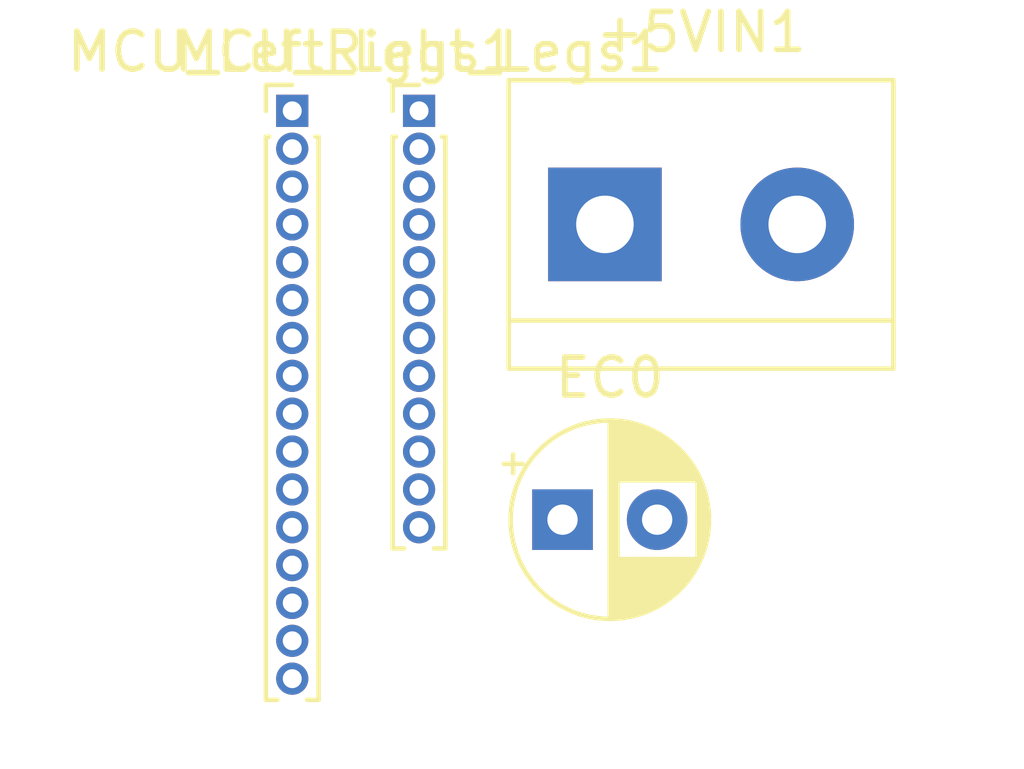
<source format=kicad_pcb>
(kicad_pcb (version 20171130) (host pcbnew 5.1.5-52549c5~84~ubuntu18.04.1)

  (general
    (thickness 1.6)
    (drawings 0)
    (tracks 0)
    (zones 0)
    (modules 4)
    (nets 3)
  )

  (page A4)
  (layers
    (0 F.Cu signal)
    (31 B.Cu signal)
    (32 B.Adhes user)
    (33 F.Adhes user)
    (34 B.Paste user)
    (35 F.Paste user)
    (36 B.SilkS user)
    (37 F.SilkS user)
    (38 B.Mask user)
    (39 F.Mask user)
    (40 Dwgs.User user)
    (41 Cmts.User user)
    (42 Eco1.User user)
    (43 Eco2.User user)
    (44 Edge.Cuts user)
    (45 Margin user)
    (46 B.CrtYd user)
    (47 F.CrtYd user)
    (48 B.Fab user)
    (49 F.Fab user)
  )

  (setup
    (last_trace_width 0.25)
    (trace_clearance 0.2)
    (zone_clearance 0.508)
    (zone_45_only no)
    (trace_min 0.2)
    (via_size 0.8)
    (via_drill 0.4)
    (via_min_size 0.4)
    (via_min_drill 0.3)
    (uvia_size 0.3)
    (uvia_drill 0.1)
    (uvias_allowed no)
    (uvia_min_size 0.2)
    (uvia_min_drill 0.1)
    (edge_width 0.05)
    (segment_width 0.2)
    (pcb_text_width 0.3)
    (pcb_text_size 1.5 1.5)
    (mod_edge_width 0.12)
    (mod_text_size 1 1)
    (mod_text_width 0.15)
    (pad_size 1.524 1.524)
    (pad_drill 0.762)
    (pad_to_mask_clearance 0.051)
    (solder_mask_min_width 0.25)
    (aux_axis_origin 0 0)
    (visible_elements FFFFFF7F)
    (pcbplotparams
      (layerselection 0x010fc_ffffffff)
      (usegerberextensions false)
      (usegerberattributes false)
      (usegerberadvancedattributes false)
      (creategerberjobfile false)
      (excludeedgelayer true)
      (linewidth 0.100000)
      (plotframeref false)
      (viasonmask false)
      (mode 1)
      (useauxorigin false)
      (hpglpennumber 1)
      (hpglpenspeed 20)
      (hpglpendiameter 15.000000)
      (psnegative false)
      (psa4output false)
      (plotreference true)
      (plotvalue true)
      (plotinvisibletext false)
      (padsonsilk false)
      (subtractmaskfromsilk false)
      (outputformat 1)
      (mirror false)
      (drillshape 1)
      (scaleselection 1)
      (outputdirectory ""))
  )

  (net 0 "")
  (net 1 GND)
  (net 2 +5V)

  (net_class Default "This is the default net class."
    (clearance 0.2)
    (trace_width 0.25)
    (via_dia 0.8)
    (via_drill 0.4)
    (uvia_dia 0.3)
    (uvia_drill 0.1)
    (add_net +3V3)
    (add_net +5V)
    (add_net /10)
    (add_net /11)
    (add_net /12)
    (add_net /13)
    (add_net /5)
    (add_net /6)
    (add_net /9)
    (add_net /A0)
    (add_net /A1)
    (add_net /A2)
    (add_net /A3)
    (add_net /A4)
    (add_net /A5)
    (add_net /ARf)
    (add_net /BAT)
    (add_net /En)
    (add_net /MISO)
    (add_net /MOSI)
    (add_net /RST)
    (add_net /RX0)
    (add_net /SCK)
    (add_net /SCL)
    (add_net /SDA)
    (add_net /TX1)
    (add_net GND)
  )

  (module Connector_PinHeader_1.00mm:PinHeader_1x12_P1.00mm_Vertical (layer F.Cu) (tedit 59FED738) (tstamp 5E3DDD34)
    (at 107.358 87.297)
    (descr "Through hole straight pin header, 1x12, 1.00mm pitch, single row")
    (tags "Through hole pin header THT 1x12 1.00mm single row")
    (path /5E3DC2B8)
    (fp_text reference MCU_Right_Legs1 (at 0 -1.56) (layer F.SilkS)
      (effects (font (size 1 1) (thickness 0.15)))
    )
    (fp_text value Conn_01x12_Female (at 0 12.56) (layer F.Fab)
      (effects (font (size 1 1) (thickness 0.15)))
    )
    (fp_text user %R (at 0 5.5 90) (layer F.Fab)
      (effects (font (size 0.76 0.76) (thickness 0.114)))
    )
    (fp_line (start 1.15 -1) (end -1.15 -1) (layer F.CrtYd) (width 0.05))
    (fp_line (start 1.15 12) (end 1.15 -1) (layer F.CrtYd) (width 0.05))
    (fp_line (start -1.15 12) (end 1.15 12) (layer F.CrtYd) (width 0.05))
    (fp_line (start -1.15 -1) (end -1.15 12) (layer F.CrtYd) (width 0.05))
    (fp_line (start -0.695 -0.685) (end 0 -0.685) (layer F.SilkS) (width 0.12))
    (fp_line (start -0.695 0) (end -0.695 -0.685) (layer F.SilkS) (width 0.12))
    (fp_line (start 0.608276 0.685) (end 0.695 0.685) (layer F.SilkS) (width 0.12))
    (fp_line (start -0.695 0.685) (end -0.608276 0.685) (layer F.SilkS) (width 0.12))
    (fp_line (start 0.695 0.685) (end 0.695 11.56) (layer F.SilkS) (width 0.12))
    (fp_line (start -0.695 0.685) (end -0.695 11.56) (layer F.SilkS) (width 0.12))
    (fp_line (start 0.394493 11.56) (end 0.695 11.56) (layer F.SilkS) (width 0.12))
    (fp_line (start -0.695 11.56) (end -0.394493 11.56) (layer F.SilkS) (width 0.12))
    (fp_line (start -0.635 -0.1825) (end -0.3175 -0.5) (layer F.Fab) (width 0.1))
    (fp_line (start -0.635 11.5) (end -0.635 -0.1825) (layer F.Fab) (width 0.1))
    (fp_line (start 0.635 11.5) (end -0.635 11.5) (layer F.Fab) (width 0.1))
    (fp_line (start 0.635 -0.5) (end 0.635 11.5) (layer F.Fab) (width 0.1))
    (fp_line (start -0.3175 -0.5) (end 0.635 -0.5) (layer F.Fab) (width 0.1))
    (pad 12 thru_hole oval (at 0 11) (size 0.85 0.85) (drill 0.5) (layers *.Cu *.Mask))
    (pad 11 thru_hole oval (at 0 10) (size 0.85 0.85) (drill 0.5) (layers *.Cu *.Mask))
    (pad 10 thru_hole oval (at 0 9) (size 0.85 0.85) (drill 0.5) (layers *.Cu *.Mask))
    (pad 9 thru_hole oval (at 0 8) (size 0.85 0.85) (drill 0.5) (layers *.Cu *.Mask))
    (pad 8 thru_hole oval (at 0 7) (size 0.85 0.85) (drill 0.5) (layers *.Cu *.Mask))
    (pad 7 thru_hole oval (at 0 6) (size 0.85 0.85) (drill 0.5) (layers *.Cu *.Mask))
    (pad 6 thru_hole oval (at 0 5) (size 0.85 0.85) (drill 0.5) (layers *.Cu *.Mask))
    (pad 5 thru_hole oval (at 0 4) (size 0.85 0.85) (drill 0.5) (layers *.Cu *.Mask))
    (pad 4 thru_hole oval (at 0 3) (size 0.85 0.85) (drill 0.5) (layers *.Cu *.Mask))
    (pad 3 thru_hole oval (at 0 2) (size 0.85 0.85) (drill 0.5) (layers *.Cu *.Mask)
      (net 2 +5V))
    (pad 2 thru_hole oval (at 0 1) (size 0.85 0.85) (drill 0.5) (layers *.Cu *.Mask))
    (pad 1 thru_hole rect (at 0 0) (size 0.85 0.85) (drill 0.5) (layers *.Cu *.Mask))
    (model ${KISYS3DMOD}/Connector_PinHeader_1.00mm.3dshapes/PinHeader_1x12_P1.00mm_Vertical.wrl
      (at (xyz 0 0 0))
      (scale (xyz 1 1 1))
      (rotate (xyz 0 0 0))
    )
  )

  (module Connector_PinHeader_1.00mm:PinHeader_1x16_P1.00mm_Vertical (layer F.Cu) (tedit 59FED738) (tstamp 5E3DDD12)
    (at 104.008 87.297)
    (descr "Through hole straight pin header, 1x16, 1.00mm pitch, single row")
    (tags "Through hole pin header THT 1x16 1.00mm single row")
    (path /5E3DB139)
    (fp_text reference MCU_Left_Legs1 (at 0 -1.56) (layer F.SilkS)
      (effects (font (size 1 1) (thickness 0.15)))
    )
    (fp_text value Conn_01x16_Female (at 0 16.56) (layer F.Fab)
      (effects (font (size 1 1) (thickness 0.15)))
    )
    (fp_text user %R (at 0 7.5 90) (layer F.Fab)
      (effects (font (size 0.76 0.76) (thickness 0.114)))
    )
    (fp_line (start 1.15 -1) (end -1.15 -1) (layer F.CrtYd) (width 0.05))
    (fp_line (start 1.15 16) (end 1.15 -1) (layer F.CrtYd) (width 0.05))
    (fp_line (start -1.15 16) (end 1.15 16) (layer F.CrtYd) (width 0.05))
    (fp_line (start -1.15 -1) (end -1.15 16) (layer F.CrtYd) (width 0.05))
    (fp_line (start -0.695 -0.685) (end 0 -0.685) (layer F.SilkS) (width 0.12))
    (fp_line (start -0.695 0) (end -0.695 -0.685) (layer F.SilkS) (width 0.12))
    (fp_line (start 0.608276 0.685) (end 0.695 0.685) (layer F.SilkS) (width 0.12))
    (fp_line (start -0.695 0.685) (end -0.608276 0.685) (layer F.SilkS) (width 0.12))
    (fp_line (start 0.695 0.685) (end 0.695 15.56) (layer F.SilkS) (width 0.12))
    (fp_line (start -0.695 0.685) (end -0.695 15.56) (layer F.SilkS) (width 0.12))
    (fp_line (start 0.394493 15.56) (end 0.695 15.56) (layer F.SilkS) (width 0.12))
    (fp_line (start -0.695 15.56) (end -0.394493 15.56) (layer F.SilkS) (width 0.12))
    (fp_line (start -0.635 -0.1825) (end -0.3175 -0.5) (layer F.Fab) (width 0.1))
    (fp_line (start -0.635 15.5) (end -0.635 -0.1825) (layer F.Fab) (width 0.1))
    (fp_line (start 0.635 15.5) (end -0.635 15.5) (layer F.Fab) (width 0.1))
    (fp_line (start 0.635 -0.5) (end 0.635 15.5) (layer F.Fab) (width 0.1))
    (fp_line (start -0.3175 -0.5) (end 0.635 -0.5) (layer F.Fab) (width 0.1))
    (pad 16 thru_hole oval (at 0 15) (size 0.85 0.85) (drill 0.5) (layers *.Cu *.Mask)
      (net 1 GND))
    (pad 15 thru_hole oval (at 0 14) (size 0.85 0.85) (drill 0.5) (layers *.Cu *.Mask))
    (pad 14 thru_hole oval (at 0 13) (size 0.85 0.85) (drill 0.5) (layers *.Cu *.Mask))
    (pad 13 thru_hole oval (at 0 12) (size 0.85 0.85) (drill 0.5) (layers *.Cu *.Mask))
    (pad 12 thru_hole oval (at 0 11) (size 0.85 0.85) (drill 0.5) (layers *.Cu *.Mask))
    (pad 11 thru_hole oval (at 0 10) (size 0.85 0.85) (drill 0.5) (layers *.Cu *.Mask))
    (pad 10 thru_hole oval (at 0 9) (size 0.85 0.85) (drill 0.5) (layers *.Cu *.Mask))
    (pad 9 thru_hole oval (at 0 8) (size 0.85 0.85) (drill 0.5) (layers *.Cu *.Mask))
    (pad 8 thru_hole oval (at 0 7) (size 0.85 0.85) (drill 0.5) (layers *.Cu *.Mask))
    (pad 7 thru_hole oval (at 0 6) (size 0.85 0.85) (drill 0.5) (layers *.Cu *.Mask))
    (pad 6 thru_hole oval (at 0 5) (size 0.85 0.85) (drill 0.5) (layers *.Cu *.Mask))
    (pad 5 thru_hole oval (at 0 4) (size 0.85 0.85) (drill 0.5) (layers *.Cu *.Mask))
    (pad 4 thru_hole oval (at 0 3) (size 0.85 0.85) (drill 0.5) (layers *.Cu *.Mask)
      (net 1 GND))
    (pad 3 thru_hole oval (at 0 2) (size 0.85 0.85) (drill 0.5) (layers *.Cu *.Mask))
    (pad 2 thru_hole oval (at 0 1) (size 0.85 0.85) (drill 0.5) (layers *.Cu *.Mask))
    (pad 1 thru_hole rect (at 0 0) (size 0.85 0.85) (drill 0.5) (layers *.Cu *.Mask))
    (model ${KISYS3DMOD}/Connector_PinHeader_1.00mm.3dshapes/PinHeader_1x16_P1.00mm_Vertical.wrl
      (at (xyz 0 0 0))
      (scale (xyz 1 1 1))
      (rotate (xyz 0 0 0))
    )
  )

  (module Capacitor_THT:CP_Radial_D5.0mm_P2.50mm (layer F.Cu) (tedit 5AE50EF0) (tstamp 5E3DDCEC)
    (at 111.147775 98.097)
    (descr "CP, Radial series, Radial, pin pitch=2.50mm, , diameter=5mm, Electrolytic Capacitor")
    (tags "CP Radial series Radial pin pitch 2.50mm  diameter 5mm Electrolytic Capacitor")
    (path /5E3E669E)
    (fp_text reference EC0 (at 1.25 -3.75) (layer F.SilkS)
      (effects (font (size 1 1) (thickness 0.15)))
    )
    (fp_text value CP (at 1.25 3.75) (layer F.Fab)
      (effects (font (size 1 1) (thickness 0.15)))
    )
    (fp_text user %R (at 1.25 0) (layer F.Fab)
      (effects (font (size 1 1) (thickness 0.15)))
    )
    (fp_line (start -1.304775 -1.725) (end -1.304775 -1.225) (layer F.SilkS) (width 0.12))
    (fp_line (start -1.554775 -1.475) (end -1.054775 -1.475) (layer F.SilkS) (width 0.12))
    (fp_line (start 3.851 -0.284) (end 3.851 0.284) (layer F.SilkS) (width 0.12))
    (fp_line (start 3.811 -0.518) (end 3.811 0.518) (layer F.SilkS) (width 0.12))
    (fp_line (start 3.771 -0.677) (end 3.771 0.677) (layer F.SilkS) (width 0.12))
    (fp_line (start 3.731 -0.805) (end 3.731 0.805) (layer F.SilkS) (width 0.12))
    (fp_line (start 3.691 -0.915) (end 3.691 0.915) (layer F.SilkS) (width 0.12))
    (fp_line (start 3.651 -1.011) (end 3.651 1.011) (layer F.SilkS) (width 0.12))
    (fp_line (start 3.611 -1.098) (end 3.611 1.098) (layer F.SilkS) (width 0.12))
    (fp_line (start 3.571 -1.178) (end 3.571 1.178) (layer F.SilkS) (width 0.12))
    (fp_line (start 3.531 1.04) (end 3.531 1.251) (layer F.SilkS) (width 0.12))
    (fp_line (start 3.531 -1.251) (end 3.531 -1.04) (layer F.SilkS) (width 0.12))
    (fp_line (start 3.491 1.04) (end 3.491 1.319) (layer F.SilkS) (width 0.12))
    (fp_line (start 3.491 -1.319) (end 3.491 -1.04) (layer F.SilkS) (width 0.12))
    (fp_line (start 3.451 1.04) (end 3.451 1.383) (layer F.SilkS) (width 0.12))
    (fp_line (start 3.451 -1.383) (end 3.451 -1.04) (layer F.SilkS) (width 0.12))
    (fp_line (start 3.411 1.04) (end 3.411 1.443) (layer F.SilkS) (width 0.12))
    (fp_line (start 3.411 -1.443) (end 3.411 -1.04) (layer F.SilkS) (width 0.12))
    (fp_line (start 3.371 1.04) (end 3.371 1.5) (layer F.SilkS) (width 0.12))
    (fp_line (start 3.371 -1.5) (end 3.371 -1.04) (layer F.SilkS) (width 0.12))
    (fp_line (start 3.331 1.04) (end 3.331 1.554) (layer F.SilkS) (width 0.12))
    (fp_line (start 3.331 -1.554) (end 3.331 -1.04) (layer F.SilkS) (width 0.12))
    (fp_line (start 3.291 1.04) (end 3.291 1.605) (layer F.SilkS) (width 0.12))
    (fp_line (start 3.291 -1.605) (end 3.291 -1.04) (layer F.SilkS) (width 0.12))
    (fp_line (start 3.251 1.04) (end 3.251 1.653) (layer F.SilkS) (width 0.12))
    (fp_line (start 3.251 -1.653) (end 3.251 -1.04) (layer F.SilkS) (width 0.12))
    (fp_line (start 3.211 1.04) (end 3.211 1.699) (layer F.SilkS) (width 0.12))
    (fp_line (start 3.211 -1.699) (end 3.211 -1.04) (layer F.SilkS) (width 0.12))
    (fp_line (start 3.171 1.04) (end 3.171 1.743) (layer F.SilkS) (width 0.12))
    (fp_line (start 3.171 -1.743) (end 3.171 -1.04) (layer F.SilkS) (width 0.12))
    (fp_line (start 3.131 1.04) (end 3.131 1.785) (layer F.SilkS) (width 0.12))
    (fp_line (start 3.131 -1.785) (end 3.131 -1.04) (layer F.SilkS) (width 0.12))
    (fp_line (start 3.091 1.04) (end 3.091 1.826) (layer F.SilkS) (width 0.12))
    (fp_line (start 3.091 -1.826) (end 3.091 -1.04) (layer F.SilkS) (width 0.12))
    (fp_line (start 3.051 1.04) (end 3.051 1.864) (layer F.SilkS) (width 0.12))
    (fp_line (start 3.051 -1.864) (end 3.051 -1.04) (layer F.SilkS) (width 0.12))
    (fp_line (start 3.011 1.04) (end 3.011 1.901) (layer F.SilkS) (width 0.12))
    (fp_line (start 3.011 -1.901) (end 3.011 -1.04) (layer F.SilkS) (width 0.12))
    (fp_line (start 2.971 1.04) (end 2.971 1.937) (layer F.SilkS) (width 0.12))
    (fp_line (start 2.971 -1.937) (end 2.971 -1.04) (layer F.SilkS) (width 0.12))
    (fp_line (start 2.931 1.04) (end 2.931 1.971) (layer F.SilkS) (width 0.12))
    (fp_line (start 2.931 -1.971) (end 2.931 -1.04) (layer F.SilkS) (width 0.12))
    (fp_line (start 2.891 1.04) (end 2.891 2.004) (layer F.SilkS) (width 0.12))
    (fp_line (start 2.891 -2.004) (end 2.891 -1.04) (layer F.SilkS) (width 0.12))
    (fp_line (start 2.851 1.04) (end 2.851 2.035) (layer F.SilkS) (width 0.12))
    (fp_line (start 2.851 -2.035) (end 2.851 -1.04) (layer F.SilkS) (width 0.12))
    (fp_line (start 2.811 1.04) (end 2.811 2.065) (layer F.SilkS) (width 0.12))
    (fp_line (start 2.811 -2.065) (end 2.811 -1.04) (layer F.SilkS) (width 0.12))
    (fp_line (start 2.771 1.04) (end 2.771 2.095) (layer F.SilkS) (width 0.12))
    (fp_line (start 2.771 -2.095) (end 2.771 -1.04) (layer F.SilkS) (width 0.12))
    (fp_line (start 2.731 1.04) (end 2.731 2.122) (layer F.SilkS) (width 0.12))
    (fp_line (start 2.731 -2.122) (end 2.731 -1.04) (layer F.SilkS) (width 0.12))
    (fp_line (start 2.691 1.04) (end 2.691 2.149) (layer F.SilkS) (width 0.12))
    (fp_line (start 2.691 -2.149) (end 2.691 -1.04) (layer F.SilkS) (width 0.12))
    (fp_line (start 2.651 1.04) (end 2.651 2.175) (layer F.SilkS) (width 0.12))
    (fp_line (start 2.651 -2.175) (end 2.651 -1.04) (layer F.SilkS) (width 0.12))
    (fp_line (start 2.611 1.04) (end 2.611 2.2) (layer F.SilkS) (width 0.12))
    (fp_line (start 2.611 -2.2) (end 2.611 -1.04) (layer F.SilkS) (width 0.12))
    (fp_line (start 2.571 1.04) (end 2.571 2.224) (layer F.SilkS) (width 0.12))
    (fp_line (start 2.571 -2.224) (end 2.571 -1.04) (layer F.SilkS) (width 0.12))
    (fp_line (start 2.531 1.04) (end 2.531 2.247) (layer F.SilkS) (width 0.12))
    (fp_line (start 2.531 -2.247) (end 2.531 -1.04) (layer F.SilkS) (width 0.12))
    (fp_line (start 2.491 1.04) (end 2.491 2.268) (layer F.SilkS) (width 0.12))
    (fp_line (start 2.491 -2.268) (end 2.491 -1.04) (layer F.SilkS) (width 0.12))
    (fp_line (start 2.451 1.04) (end 2.451 2.29) (layer F.SilkS) (width 0.12))
    (fp_line (start 2.451 -2.29) (end 2.451 -1.04) (layer F.SilkS) (width 0.12))
    (fp_line (start 2.411 1.04) (end 2.411 2.31) (layer F.SilkS) (width 0.12))
    (fp_line (start 2.411 -2.31) (end 2.411 -1.04) (layer F.SilkS) (width 0.12))
    (fp_line (start 2.371 1.04) (end 2.371 2.329) (layer F.SilkS) (width 0.12))
    (fp_line (start 2.371 -2.329) (end 2.371 -1.04) (layer F.SilkS) (width 0.12))
    (fp_line (start 2.331 1.04) (end 2.331 2.348) (layer F.SilkS) (width 0.12))
    (fp_line (start 2.331 -2.348) (end 2.331 -1.04) (layer F.SilkS) (width 0.12))
    (fp_line (start 2.291 1.04) (end 2.291 2.365) (layer F.SilkS) (width 0.12))
    (fp_line (start 2.291 -2.365) (end 2.291 -1.04) (layer F.SilkS) (width 0.12))
    (fp_line (start 2.251 1.04) (end 2.251 2.382) (layer F.SilkS) (width 0.12))
    (fp_line (start 2.251 -2.382) (end 2.251 -1.04) (layer F.SilkS) (width 0.12))
    (fp_line (start 2.211 1.04) (end 2.211 2.398) (layer F.SilkS) (width 0.12))
    (fp_line (start 2.211 -2.398) (end 2.211 -1.04) (layer F.SilkS) (width 0.12))
    (fp_line (start 2.171 1.04) (end 2.171 2.414) (layer F.SilkS) (width 0.12))
    (fp_line (start 2.171 -2.414) (end 2.171 -1.04) (layer F.SilkS) (width 0.12))
    (fp_line (start 2.131 1.04) (end 2.131 2.428) (layer F.SilkS) (width 0.12))
    (fp_line (start 2.131 -2.428) (end 2.131 -1.04) (layer F.SilkS) (width 0.12))
    (fp_line (start 2.091 1.04) (end 2.091 2.442) (layer F.SilkS) (width 0.12))
    (fp_line (start 2.091 -2.442) (end 2.091 -1.04) (layer F.SilkS) (width 0.12))
    (fp_line (start 2.051 1.04) (end 2.051 2.455) (layer F.SilkS) (width 0.12))
    (fp_line (start 2.051 -2.455) (end 2.051 -1.04) (layer F.SilkS) (width 0.12))
    (fp_line (start 2.011 1.04) (end 2.011 2.468) (layer F.SilkS) (width 0.12))
    (fp_line (start 2.011 -2.468) (end 2.011 -1.04) (layer F.SilkS) (width 0.12))
    (fp_line (start 1.971 1.04) (end 1.971 2.48) (layer F.SilkS) (width 0.12))
    (fp_line (start 1.971 -2.48) (end 1.971 -1.04) (layer F.SilkS) (width 0.12))
    (fp_line (start 1.93 1.04) (end 1.93 2.491) (layer F.SilkS) (width 0.12))
    (fp_line (start 1.93 -2.491) (end 1.93 -1.04) (layer F.SilkS) (width 0.12))
    (fp_line (start 1.89 1.04) (end 1.89 2.501) (layer F.SilkS) (width 0.12))
    (fp_line (start 1.89 -2.501) (end 1.89 -1.04) (layer F.SilkS) (width 0.12))
    (fp_line (start 1.85 1.04) (end 1.85 2.511) (layer F.SilkS) (width 0.12))
    (fp_line (start 1.85 -2.511) (end 1.85 -1.04) (layer F.SilkS) (width 0.12))
    (fp_line (start 1.81 1.04) (end 1.81 2.52) (layer F.SilkS) (width 0.12))
    (fp_line (start 1.81 -2.52) (end 1.81 -1.04) (layer F.SilkS) (width 0.12))
    (fp_line (start 1.77 1.04) (end 1.77 2.528) (layer F.SilkS) (width 0.12))
    (fp_line (start 1.77 -2.528) (end 1.77 -1.04) (layer F.SilkS) (width 0.12))
    (fp_line (start 1.73 1.04) (end 1.73 2.536) (layer F.SilkS) (width 0.12))
    (fp_line (start 1.73 -2.536) (end 1.73 -1.04) (layer F.SilkS) (width 0.12))
    (fp_line (start 1.69 1.04) (end 1.69 2.543) (layer F.SilkS) (width 0.12))
    (fp_line (start 1.69 -2.543) (end 1.69 -1.04) (layer F.SilkS) (width 0.12))
    (fp_line (start 1.65 1.04) (end 1.65 2.55) (layer F.SilkS) (width 0.12))
    (fp_line (start 1.65 -2.55) (end 1.65 -1.04) (layer F.SilkS) (width 0.12))
    (fp_line (start 1.61 1.04) (end 1.61 2.556) (layer F.SilkS) (width 0.12))
    (fp_line (start 1.61 -2.556) (end 1.61 -1.04) (layer F.SilkS) (width 0.12))
    (fp_line (start 1.57 1.04) (end 1.57 2.561) (layer F.SilkS) (width 0.12))
    (fp_line (start 1.57 -2.561) (end 1.57 -1.04) (layer F.SilkS) (width 0.12))
    (fp_line (start 1.53 1.04) (end 1.53 2.565) (layer F.SilkS) (width 0.12))
    (fp_line (start 1.53 -2.565) (end 1.53 -1.04) (layer F.SilkS) (width 0.12))
    (fp_line (start 1.49 1.04) (end 1.49 2.569) (layer F.SilkS) (width 0.12))
    (fp_line (start 1.49 -2.569) (end 1.49 -1.04) (layer F.SilkS) (width 0.12))
    (fp_line (start 1.45 -2.573) (end 1.45 2.573) (layer F.SilkS) (width 0.12))
    (fp_line (start 1.41 -2.576) (end 1.41 2.576) (layer F.SilkS) (width 0.12))
    (fp_line (start 1.37 -2.578) (end 1.37 2.578) (layer F.SilkS) (width 0.12))
    (fp_line (start 1.33 -2.579) (end 1.33 2.579) (layer F.SilkS) (width 0.12))
    (fp_line (start 1.29 -2.58) (end 1.29 2.58) (layer F.SilkS) (width 0.12))
    (fp_line (start 1.25 -2.58) (end 1.25 2.58) (layer F.SilkS) (width 0.12))
    (fp_line (start -0.633605 -1.3375) (end -0.633605 -0.8375) (layer F.Fab) (width 0.1))
    (fp_line (start -0.883605 -1.0875) (end -0.383605 -1.0875) (layer F.Fab) (width 0.1))
    (fp_circle (center 1.25 0) (end 4 0) (layer F.CrtYd) (width 0.05))
    (fp_circle (center 1.25 0) (end 3.87 0) (layer F.SilkS) (width 0.12))
    (fp_circle (center 1.25 0) (end 3.75 0) (layer F.Fab) (width 0.1))
    (pad 2 thru_hole circle (at 2.5 0) (size 1.6 1.6) (drill 0.8) (layers *.Cu *.Mask)
      (net 1 GND))
    (pad 1 thru_hole rect (at 0 0) (size 1.6 1.6) (drill 0.8) (layers *.Cu *.Mask)
      (net 2 +5V))
    (model ${KISYS3DMOD}/Capacitor_THT.3dshapes/CP_Radial_D5.0mm_P2.50mm.wrl
      (at (xyz 0 0 0))
      (scale (xyz 1 1 1))
      (rotate (xyz 0 0 0))
    )
  )

  (module TerminalBlock:TerminalBlock_bornier-2_P5.08mm (layer F.Cu) (tedit 59FF03AB) (tstamp 5E3DDC68)
    (at 112.268 90.297)
    (descr "simple 2-pin terminal block, pitch 5.08mm, revamped version of bornier2")
    (tags "terminal block bornier2")
    (path /5E3F5260)
    (fp_text reference +5VIN1 (at 2.54 -5.08) (layer F.SilkS)
      (effects (font (size 1 1) (thickness 0.15)))
    )
    (fp_text value Screw_Terminal_01x02 (at 2.54 5.08) (layer F.Fab)
      (effects (font (size 1 1) (thickness 0.15)))
    )
    (fp_line (start 7.79 4) (end -2.71 4) (layer F.CrtYd) (width 0.05))
    (fp_line (start 7.79 4) (end 7.79 -4) (layer F.CrtYd) (width 0.05))
    (fp_line (start -2.71 -4) (end -2.71 4) (layer F.CrtYd) (width 0.05))
    (fp_line (start -2.71 -4) (end 7.79 -4) (layer F.CrtYd) (width 0.05))
    (fp_line (start -2.54 3.81) (end 7.62 3.81) (layer F.SilkS) (width 0.12))
    (fp_line (start -2.54 -3.81) (end -2.54 3.81) (layer F.SilkS) (width 0.12))
    (fp_line (start 7.62 -3.81) (end -2.54 -3.81) (layer F.SilkS) (width 0.12))
    (fp_line (start 7.62 3.81) (end 7.62 -3.81) (layer F.SilkS) (width 0.12))
    (fp_line (start 7.62 2.54) (end -2.54 2.54) (layer F.SilkS) (width 0.12))
    (fp_line (start 7.54 -3.75) (end -2.46 -3.75) (layer F.Fab) (width 0.1))
    (fp_line (start 7.54 3.75) (end 7.54 -3.75) (layer F.Fab) (width 0.1))
    (fp_line (start -2.46 3.75) (end 7.54 3.75) (layer F.Fab) (width 0.1))
    (fp_line (start -2.46 -3.75) (end -2.46 3.75) (layer F.Fab) (width 0.1))
    (fp_line (start -2.41 2.55) (end 7.49 2.55) (layer F.Fab) (width 0.1))
    (fp_text user %R (at 2.54 0) (layer F.Fab)
      (effects (font (size 1 1) (thickness 0.15)))
    )
    (pad 2 thru_hole circle (at 5.08 0) (size 3 3) (drill 1.52) (layers *.Cu *.Mask)
      (net 1 GND))
    (pad 1 thru_hole rect (at 0 0) (size 3 3) (drill 1.52) (layers *.Cu *.Mask)
      (net 2 +5V))
    (model ${KISYS3DMOD}/TerminalBlock.3dshapes/TerminalBlock_bornier-2_P5.08mm.wrl
      (offset (xyz 2.539999961853027 0 0))
      (scale (xyz 1 1 1))
      (rotate (xyz 0 0 0))
    )
  )

)

</source>
